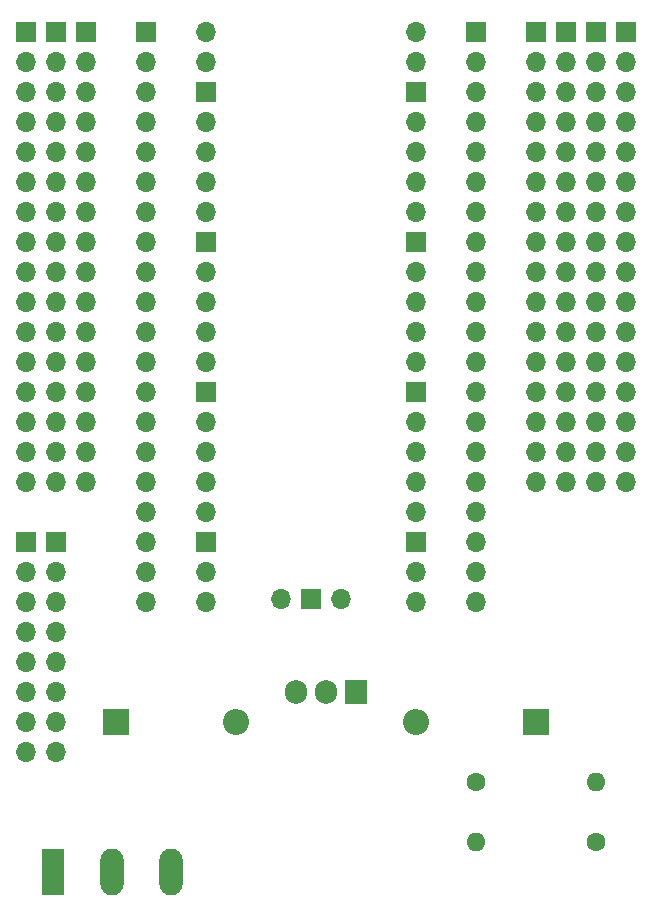
<source format=gbr>
G04 #@! TF.GenerationSoftware,KiCad,Pcbnew,6.0.2+dfsg-1*
G04 #@! TF.CreationDate,2024-08-21T11:00:15+10:00*
G04 #@! TF.ProjectId,MQTTDecoderExpansionBoard,4d515454-4465-4636-9f64-657245787061,A*
G04 #@! TF.SameCoordinates,Original*
G04 #@! TF.FileFunction,Copper,L2,Bot*
G04 #@! TF.FilePolarity,Positive*
%FSLAX46Y46*%
G04 Gerber Fmt 4.6, Leading zero omitted, Abs format (unit mm)*
G04 Created by KiCad (PCBNEW 6.0.2+dfsg-1) date 2024-08-21 11:00:15*
%MOMM*%
%LPD*%
G01*
G04 APERTURE LIST*
G04 #@! TA.AperFunction,ComponentPad*
%ADD10R,1.700000X1.700000*%
G04 #@! TD*
G04 #@! TA.AperFunction,ComponentPad*
%ADD11O,1.700000X1.700000*%
G04 #@! TD*
G04 #@! TA.AperFunction,ComponentPad*
%ADD12C,1.600000*%
G04 #@! TD*
G04 #@! TA.AperFunction,ComponentPad*
%ADD13O,1.600000X1.600000*%
G04 #@! TD*
G04 #@! TA.AperFunction,ComponentPad*
%ADD14R,2.200000X2.200000*%
G04 #@! TD*
G04 #@! TA.AperFunction,ComponentPad*
%ADD15O,2.200000X2.200000*%
G04 #@! TD*
G04 #@! TA.AperFunction,ComponentPad*
%ADD16R,1.905000X2.000000*%
G04 #@! TD*
G04 #@! TA.AperFunction,ComponentPad*
%ADD17O,1.905000X2.000000*%
G04 #@! TD*
G04 #@! TA.AperFunction,ComponentPad*
%ADD18R,1.980000X3.960000*%
G04 #@! TD*
G04 #@! TA.AperFunction,ComponentPad*
%ADD19O,1.980000X3.960000*%
G04 #@! TD*
G04 APERTURE END LIST*
D10*
X160020000Y-53340000D03*
D11*
X160020000Y-55880000D03*
X160020000Y-58420000D03*
X160020000Y-60960000D03*
X160020000Y-63500000D03*
X160020000Y-66040000D03*
X160020000Y-68580000D03*
X160020000Y-71120000D03*
X160020000Y-73660000D03*
X160020000Y-76200000D03*
X160020000Y-78740000D03*
X160020000Y-81280000D03*
X160020000Y-83820000D03*
X160020000Y-86360000D03*
X160020000Y-88900000D03*
X160020000Y-91440000D03*
D12*
X154940000Y-116840000D03*
D13*
X165100000Y-116840000D03*
D10*
X127000000Y-53340000D03*
D11*
X127000000Y-55880000D03*
X127000000Y-58420000D03*
X127000000Y-60960000D03*
X127000000Y-63500000D03*
X127000000Y-66040000D03*
X127000000Y-68580000D03*
X127000000Y-71120000D03*
X127000000Y-73660000D03*
X127000000Y-76200000D03*
X127000000Y-78740000D03*
X127000000Y-81280000D03*
X127000000Y-83820000D03*
X127000000Y-86360000D03*
X127000000Y-88900000D03*
X127000000Y-91440000D03*
X127000000Y-93980000D03*
X127000000Y-96520000D03*
X127000000Y-99060000D03*
X127000000Y-101600000D03*
D10*
X167640000Y-53340000D03*
D11*
X167640000Y-55880000D03*
X167640000Y-58420000D03*
X167640000Y-60960000D03*
X167640000Y-63500000D03*
X167640000Y-66040000D03*
X167640000Y-68580000D03*
X167640000Y-71120000D03*
X167640000Y-73660000D03*
X167640000Y-76200000D03*
X167640000Y-78740000D03*
X167640000Y-81280000D03*
X167640000Y-83820000D03*
X167640000Y-86360000D03*
X167640000Y-88900000D03*
X167640000Y-91440000D03*
X132080000Y-53340000D03*
X132080000Y-55880000D03*
D10*
X132080000Y-58420000D03*
D11*
X132080000Y-60960000D03*
X132080000Y-63500000D03*
X132080000Y-66040000D03*
X132080000Y-68580000D03*
D10*
X132080000Y-71120000D03*
D11*
X132080000Y-73660000D03*
X132080000Y-76200000D03*
X132080000Y-78740000D03*
X132080000Y-81280000D03*
D10*
X132080000Y-83820000D03*
D11*
X132080000Y-86360000D03*
X132080000Y-88900000D03*
X132080000Y-91440000D03*
X132080000Y-93980000D03*
D10*
X132080000Y-96520000D03*
D11*
X132080000Y-99060000D03*
X132080000Y-101600000D03*
X149860000Y-101600000D03*
X149860000Y-99060000D03*
D10*
X149860000Y-96520000D03*
D11*
X149860000Y-93980000D03*
X149860000Y-91440000D03*
X149860000Y-88900000D03*
X149860000Y-86360000D03*
D10*
X149860000Y-83820000D03*
D11*
X149860000Y-81280000D03*
X149860000Y-78740000D03*
X149860000Y-76200000D03*
X149860000Y-73660000D03*
D10*
X149860000Y-71120000D03*
D11*
X149860000Y-68580000D03*
X149860000Y-66040000D03*
X149860000Y-63500000D03*
X149860000Y-60960000D03*
D10*
X149860000Y-58420000D03*
D11*
X149860000Y-55880000D03*
X149860000Y-53340000D03*
X138430000Y-101370000D03*
D10*
X140970000Y-101370000D03*
D11*
X143510000Y-101370000D03*
D14*
X124460000Y-111760000D03*
D15*
X134620000Y-111760000D03*
D16*
X144780000Y-109220000D03*
D17*
X142240000Y-109220000D03*
X139700000Y-109220000D03*
D10*
X162560000Y-53340000D03*
D11*
X162560000Y-55880000D03*
X162560000Y-58420000D03*
X162560000Y-60960000D03*
X162560000Y-63500000D03*
X162560000Y-66040000D03*
X162560000Y-68580000D03*
X162560000Y-71120000D03*
X162560000Y-73660000D03*
X162560000Y-76200000D03*
X162560000Y-78740000D03*
X162560000Y-81280000D03*
X162560000Y-83820000D03*
X162560000Y-86360000D03*
X162560000Y-88900000D03*
X162560000Y-91440000D03*
D10*
X165100000Y-53340000D03*
D11*
X165100000Y-55880000D03*
X165100000Y-58420000D03*
X165100000Y-60960000D03*
X165100000Y-63500000D03*
X165100000Y-66040000D03*
X165100000Y-68580000D03*
X165100000Y-71120000D03*
X165100000Y-73660000D03*
X165100000Y-76200000D03*
X165100000Y-78740000D03*
X165100000Y-81280000D03*
X165100000Y-83820000D03*
X165100000Y-86360000D03*
X165100000Y-88900000D03*
X165100000Y-91440000D03*
D10*
X119380000Y-53340000D03*
D11*
X119380000Y-55880000D03*
X119380000Y-58420000D03*
X119380000Y-60960000D03*
X119380000Y-63500000D03*
X119380000Y-66040000D03*
X119380000Y-68580000D03*
X119380000Y-71120000D03*
X119380000Y-73660000D03*
X119380000Y-76200000D03*
X119380000Y-78740000D03*
X119380000Y-81280000D03*
X119380000Y-83820000D03*
X119380000Y-86360000D03*
X119380000Y-88900000D03*
X119380000Y-91440000D03*
D10*
X116840000Y-53340000D03*
D11*
X116840000Y-55880000D03*
X116840000Y-58420000D03*
X116840000Y-60960000D03*
X116840000Y-63500000D03*
X116840000Y-66040000D03*
X116840000Y-68580000D03*
X116840000Y-71120000D03*
X116840000Y-73660000D03*
X116840000Y-76200000D03*
X116840000Y-78740000D03*
X116840000Y-81280000D03*
X116840000Y-83820000D03*
X116840000Y-86360000D03*
X116840000Y-88900000D03*
X116840000Y-91440000D03*
D12*
X165100000Y-121920000D03*
D13*
X154940000Y-121920000D03*
D18*
X119165000Y-124470000D03*
D19*
X124165000Y-124470000D03*
X129165000Y-124470000D03*
D10*
X154940000Y-53340000D03*
D11*
X154940000Y-55880000D03*
X154940000Y-58420000D03*
X154940000Y-60960000D03*
X154940000Y-63500000D03*
X154940000Y-66040000D03*
X154940000Y-68580000D03*
X154940000Y-71120000D03*
X154940000Y-73660000D03*
X154940000Y-76200000D03*
X154940000Y-78740000D03*
X154940000Y-81280000D03*
X154940000Y-83820000D03*
X154940000Y-86360000D03*
X154940000Y-88900000D03*
X154940000Y-91440000D03*
X154940000Y-93980000D03*
X154940000Y-96520000D03*
X154940000Y-99060000D03*
X154940000Y-101600000D03*
D14*
X160020000Y-111760000D03*
D15*
X149860000Y-111760000D03*
D10*
X119380000Y-96520000D03*
D11*
X119380000Y-99060000D03*
X119380000Y-101600000D03*
X119380000Y-104140000D03*
X119380000Y-106680000D03*
X119380000Y-109220000D03*
X119380000Y-111760000D03*
X119380000Y-114300000D03*
D10*
X116840000Y-96520000D03*
D11*
X116840000Y-99060000D03*
X116840000Y-101600000D03*
X116840000Y-104140000D03*
X116840000Y-106680000D03*
X116840000Y-109220000D03*
X116840000Y-111760000D03*
X116840000Y-114300000D03*
D10*
X121920000Y-53340000D03*
D11*
X121920000Y-55880000D03*
X121920000Y-58420000D03*
X121920000Y-60960000D03*
X121920000Y-63500000D03*
X121920000Y-66040000D03*
X121920000Y-68580000D03*
X121920000Y-71120000D03*
X121920000Y-73660000D03*
X121920000Y-76200000D03*
X121920000Y-78740000D03*
X121920000Y-81280000D03*
X121920000Y-83820000D03*
X121920000Y-86360000D03*
X121920000Y-88900000D03*
X121920000Y-91440000D03*
M02*

</source>
